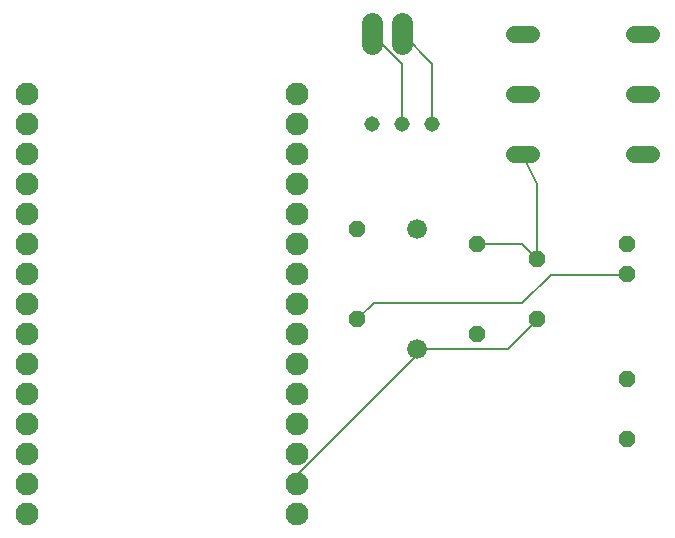
<source format=gbl>
G75*
%MOIN*%
%OFA0B0*%
%FSLAX25Y25*%
%IPPOS*%
%LPD*%
%AMOC8*
5,1,8,0,0,1.08239X$1,22.5*
%
%ADD10OC8,0.05200*%
%ADD11C,0.06600*%
%ADD12C,0.05543*%
%ADD13C,0.07600*%
%ADD14C,0.05150*%
%ADD15C,0.07087*%
%ADD16C,0.00600*%
%ADD17C,0.00800*%
D10*
X0126000Y0106000D03*
X0126000Y0136000D03*
X0166000Y0131000D03*
X0186000Y0126000D03*
X0186000Y0106000D03*
X0166000Y0101000D03*
X0216000Y0086000D03*
X0216000Y0066000D03*
X0216000Y0121000D03*
X0216000Y0131000D03*
D11*
X0146000Y0136000D03*
X0146000Y0096000D03*
D12*
X0178229Y0161000D02*
X0183771Y0161000D01*
X0183771Y0181000D02*
X0178229Y0181000D01*
X0178229Y0201000D02*
X0183771Y0201000D01*
X0218229Y0201000D02*
X0223771Y0201000D01*
X0223771Y0181000D02*
X0218229Y0181000D01*
X0218229Y0161000D02*
X0223771Y0161000D01*
D13*
X0016000Y0041000D03*
X0016000Y0051000D03*
X0016000Y0061000D03*
X0016000Y0071000D03*
X0016000Y0081000D03*
X0016000Y0091000D03*
X0016000Y0101000D03*
X0016000Y0111000D03*
X0016000Y0121000D03*
X0016000Y0131000D03*
X0016000Y0141000D03*
X0016000Y0151000D03*
X0016000Y0161000D03*
X0016000Y0171000D03*
X0016000Y0181000D03*
X0106000Y0181000D03*
X0106000Y0171000D03*
X0106000Y0161000D03*
X0106000Y0151000D03*
X0106000Y0141000D03*
X0106000Y0131000D03*
X0106000Y0121000D03*
X0106000Y0111000D03*
X0106000Y0101000D03*
X0106000Y0091000D03*
X0106000Y0081000D03*
X0106000Y0071000D03*
X0106000Y0061000D03*
X0106000Y0051000D03*
X0106000Y0041000D03*
D14*
X0131000Y0171000D03*
X0141000Y0171000D03*
X0151000Y0171000D03*
D15*
X0141000Y0197457D02*
X0141000Y0204543D01*
X0131000Y0204543D02*
X0131000Y0197457D01*
D16*
X0141000Y0201000D02*
X0141400Y0201000D01*
X0141400Y0200600D01*
X0141000Y0171000D02*
X0140800Y0171000D01*
X0166000Y0131000D02*
X0181000Y0131000D01*
X0186000Y0126000D01*
X0166000Y0130800D02*
X0166000Y0131000D01*
X0186000Y0106000D02*
X0185800Y0105600D01*
X0215800Y0120600D02*
X0216000Y0121000D01*
X0146000Y0096000D02*
X0145600Y0096000D01*
X0145600Y0093600D01*
X0106000Y0054000D02*
X0106000Y0051000D01*
D17*
X0106000Y0054000D02*
X0145600Y0093600D01*
X0146000Y0096000D02*
X0176200Y0096000D01*
X0185800Y0105600D01*
X0181000Y0111200D02*
X0190400Y0120600D01*
X0215800Y0120600D01*
X0186000Y0126000D02*
X0186000Y0151000D01*
X0181000Y0161000D01*
X0151000Y0171000D02*
X0151000Y0191000D01*
X0141400Y0200600D01*
X0141000Y0191000D02*
X0141000Y0171000D01*
X0141000Y0191000D02*
X0131000Y0201000D01*
X0131400Y0111200D02*
X0126000Y0106000D01*
X0131400Y0111200D02*
X0181000Y0111200D01*
M02*

</source>
